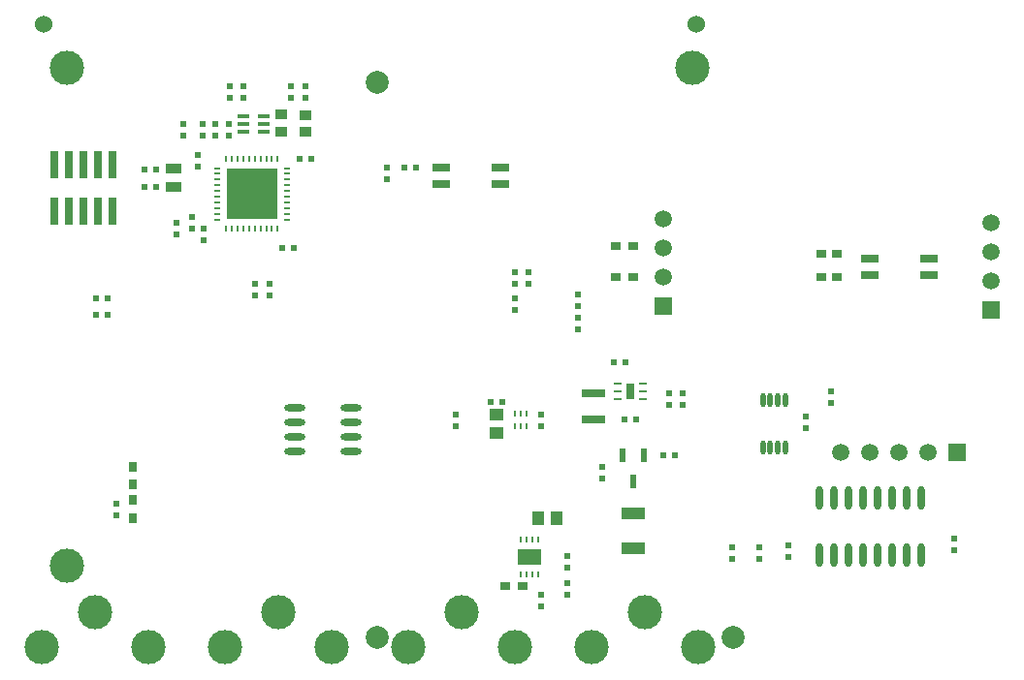
<source format=gts>
%FSLAX25Y25*%
%MOIN*%
G70*
G01*
G75*
G04 Layer_Color=8388736*
%ADD10R,0.03150X0.05512*%
%ADD11R,0.02559X0.00984*%
%ADD12R,0.02362X0.04528*%
%ADD13O,0.07284X0.02362*%
%ADD14R,0.07874X0.03937*%
%ADD15R,0.17716X0.17716*%
%ADD16O,0.02559X0.00984*%
%ADD17O,0.00984X0.02559*%
%ADD18R,0.03543X0.02953*%
%ADD19R,0.05315X0.03740*%
%ADD20R,0.11811X0.00039*%
%ADD21R,0.01575X0.01575*%
%ADD22R,0.06102X0.02559*%
%ADD23O,0.00984X0.02362*%
%ADD24R,0.08268X0.05512*%
%ADD25O,0.01772X0.05118*%
%ADD26R,0.00984X0.01969*%
%ADD27R,0.05118X0.03937*%
%ADD28R,0.03937X0.03543*%
%ADD29R,0.03937X0.01378*%
%ADD30R,0.02953X0.09449*%
%ADD31O,0.02362X0.08071*%
%ADD32R,0.08071X0.03150*%
%ADD33R,0.03543X0.03150*%
%ADD34R,0.01969X0.02362*%
%ADD35R,0.03150X0.03543*%
%ADD36R,0.02362X0.01969*%
%ADD37R,0.03937X0.05118*%
%ADD38C,0.03937*%
%ADD39C,0.01000*%
%ADD40C,0.01969*%
%ADD41C,0.01181*%
%ADD42C,0.03150*%
%ADD43C,0.05906*%
%ADD44C,0.01575*%
%ADD45C,0.03937*%
%ADD46C,0.02362*%
%ADD47C,0.00787*%
G04:AMPARAMS|DCode=48|XSize=18.11mil|YSize=66.44mil|CornerRadius=0mil|HoleSize=0mil|Usage=FLASHONLY|Rotation=34.500|XOffset=0mil|YOffset=0mil|HoleType=Round|Shape=Rectangle|*
%AMROTATEDRECTD48*
4,1,4,0.01135,-0.03251,-0.02628,0.02225,-0.01135,0.03251,0.02628,-0.02225,0.01135,-0.03251,0.0*
%
%ADD48ROTATEDRECTD48*%

%ADD49R,0.01811X0.07992*%
%ADD50R,0.12598X0.05079*%
%ADD51R,0.12598X0.04764*%
%ADD52R,0.08583X0.15590*%
%ADD53R,1.00709X0.04764*%
%ADD54R,0.36142X0.03937*%
%ADD55R,0.19193X0.05079*%
%ADD56R,0.04724X0.03150*%
%ADD57R,0.03937X0.02913*%
%ADD58R,0.35500X0.02000*%
%ADD59R,0.12728X0.02500*%
%ADD60R,0.03032X0.06303*%
%ADD61R,0.05906X0.05906*%
%ADD62C,0.05906*%
%ADD63R,0.05906X0.05906*%
%ADD64C,0.11811*%
%ADD65C,0.06000*%
%ADD66C,0.02598*%
%ADD67C,0.03150*%
%ADD68C,0.07874*%
%ADD69C,0.00984*%
%ADD70C,0.00800*%
%ADD71C,0.11811*%
D10*
X439500Y286500D02*
D03*
D11*
X435169Y283941D02*
D03*
Y286500D02*
D03*
Y289059D02*
D03*
X443831D02*
D03*
Y286500D02*
D03*
Y283941D02*
D03*
D12*
X440500Y255571D02*
D03*
X436760Y264429D02*
D03*
X444240D02*
D03*
D13*
X343646Y266000D02*
D03*
Y271000D02*
D03*
Y276000D02*
D03*
Y281000D02*
D03*
X324354Y266000D02*
D03*
Y271000D02*
D03*
Y276000D02*
D03*
Y281000D02*
D03*
D14*
X440500Y232398D02*
D03*
Y244602D02*
D03*
D15*
X309500Y354500D02*
D03*
D16*
X297590Y345642D02*
D03*
Y347610D02*
D03*
Y349579D02*
D03*
Y351547D02*
D03*
Y353516D02*
D03*
Y355484D02*
D03*
Y357453D02*
D03*
Y359421D02*
D03*
Y361390D02*
D03*
Y363358D02*
D03*
X321410D02*
D03*
Y361390D02*
D03*
Y359421D02*
D03*
Y357453D02*
D03*
Y355484D02*
D03*
Y353516D02*
D03*
Y351547D02*
D03*
Y349579D02*
D03*
Y347610D02*
D03*
Y345642D02*
D03*
D17*
X300642Y366409D02*
D03*
X302610D02*
D03*
X304579D02*
D03*
X306547D02*
D03*
X308516D02*
D03*
X310484D02*
D03*
X312453D02*
D03*
X314421D02*
D03*
X316390D02*
D03*
X318358D02*
D03*
Y342590D02*
D03*
X316390D02*
D03*
X314421D02*
D03*
X312453D02*
D03*
X310484D02*
D03*
X308516D02*
D03*
X306547D02*
D03*
X304579D02*
D03*
X302610D02*
D03*
X300642D02*
D03*
D18*
X510658Y334000D02*
D03*
X505342D02*
D03*
X510658Y326000D02*
D03*
X505342D02*
D03*
D19*
X282500Y356752D02*
D03*
Y363248D02*
D03*
D22*
X394941Y363453D02*
D03*
Y357744D02*
D03*
X374665D02*
D03*
Y363453D02*
D03*
X522059Y326547D02*
D03*
Y332256D02*
D03*
X542335D02*
D03*
Y326547D02*
D03*
D23*
X407953Y235405D02*
D03*
X405984D02*
D03*
X404016D02*
D03*
X402047D02*
D03*
Y223594D02*
D03*
X404016D02*
D03*
X405984D02*
D03*
X407953D02*
D03*
D24*
X405000Y229500D02*
D03*
D25*
X485161Y267331D02*
D03*
X487720D02*
D03*
X490279D02*
D03*
X492839D02*
D03*
X485161Y283669D02*
D03*
X487720D02*
D03*
X490279D02*
D03*
X492839D02*
D03*
D26*
X400032Y274500D02*
D03*
X402000D02*
D03*
X403968D02*
D03*
Y278831D02*
D03*
X402000D02*
D03*
X400032D02*
D03*
D27*
X393500Y272350D02*
D03*
Y278650D02*
D03*
D28*
X319661Y375842D02*
D03*
Y381748D02*
D03*
X327929Y381650D02*
D03*
Y375744D02*
D03*
D29*
X306457Y381059D02*
D03*
Y378500D02*
D03*
Y375941D02*
D03*
X313642D02*
D03*
Y378500D02*
D03*
Y381059D02*
D03*
D30*
X241500Y348626D02*
D03*
X246500D02*
D03*
X251500D02*
D03*
X256500D02*
D03*
X261500D02*
D03*
X241500Y364374D02*
D03*
X246500D02*
D03*
X251500D02*
D03*
X256500D02*
D03*
X261500D02*
D03*
D31*
X539500Y249941D02*
D03*
X534500D02*
D03*
X529500D02*
D03*
X524500D02*
D03*
X519500D02*
D03*
X514500D02*
D03*
X509500D02*
D03*
X504500D02*
D03*
X539500Y230059D02*
D03*
X534500D02*
D03*
X529500D02*
D03*
X524500D02*
D03*
X519500D02*
D03*
X514500D02*
D03*
X509500D02*
D03*
X504500D02*
D03*
D32*
X427000Y286028D02*
D03*
Y276972D02*
D03*
D33*
X396449Y219500D02*
D03*
X402551D02*
D03*
X434449Y336500D02*
D03*
X440551D02*
D03*
X434449Y326000D02*
D03*
X440551D02*
D03*
D34*
X409000Y274532D02*
D03*
Y278468D02*
D03*
X421500Y319969D02*
D03*
Y316032D02*
D03*
X286000Y374532D02*
D03*
Y378468D02*
D03*
X494000Y233469D02*
D03*
Y229532D02*
D03*
X484000Y232968D02*
D03*
Y229031D02*
D03*
X474500Y232968D02*
D03*
Y229031D02*
D03*
X551000Y235968D02*
D03*
Y232031D02*
D03*
X310500Y323468D02*
D03*
Y319531D02*
D03*
X315500Y323468D02*
D03*
Y319531D02*
D03*
X500000Y274031D02*
D03*
Y277969D02*
D03*
X306500Y387531D02*
D03*
Y391469D02*
D03*
X418000Y216531D02*
D03*
Y220468D02*
D03*
X379500Y278468D02*
D03*
Y274532D02*
D03*
X430000Y260469D02*
D03*
Y256532D02*
D03*
X292500Y378468D02*
D03*
Y374532D02*
D03*
X400000Y314531D02*
D03*
Y318468D02*
D03*
X263000Y247969D02*
D03*
Y244032D02*
D03*
X421500Y311968D02*
D03*
Y308032D02*
D03*
X323000Y391469D02*
D03*
Y387531D02*
D03*
X328000Y391469D02*
D03*
Y387531D02*
D03*
X356000Y363469D02*
D03*
Y359531D02*
D03*
X293000Y342469D02*
D03*
Y338531D02*
D03*
X508500Y286469D02*
D03*
Y282531D02*
D03*
X302000Y387531D02*
D03*
Y391469D02*
D03*
X453000Y285968D02*
D03*
Y282031D02*
D03*
X457500Y285968D02*
D03*
Y282031D02*
D03*
X418000Y226031D02*
D03*
Y229969D02*
D03*
X409000Y216469D02*
D03*
Y212531D02*
D03*
X404500Y323532D02*
D03*
Y327468D02*
D03*
X283500Y344468D02*
D03*
Y340531D02*
D03*
X289000Y346468D02*
D03*
Y342531D02*
D03*
X400000Y323532D02*
D03*
Y327468D02*
D03*
X301500Y374532D02*
D03*
Y378468D02*
D03*
X291000Y364032D02*
D03*
Y367969D02*
D03*
X297000Y374532D02*
D03*
Y378468D02*
D03*
D35*
X268500Y242949D02*
D03*
Y249051D02*
D03*
Y260551D02*
D03*
Y254449D02*
D03*
D36*
X256031Y318500D02*
D03*
X259968D02*
D03*
X256031Y313000D02*
D03*
X259968D02*
D03*
X365968Y363500D02*
D03*
X362032D02*
D03*
X434031Y296500D02*
D03*
X437968D02*
D03*
X451031Y264500D02*
D03*
X454969D02*
D03*
X272532Y357000D02*
D03*
X276468D02*
D03*
X272532Y363000D02*
D03*
X276468D02*
D03*
X437532Y277000D02*
D03*
X441468D02*
D03*
X320031Y336000D02*
D03*
X323969D02*
D03*
X326031Y366500D02*
D03*
X329969D02*
D03*
X395468Y283000D02*
D03*
X391531D02*
D03*
D37*
X407850Y243000D02*
D03*
X414150D02*
D03*
D61*
X552000Y265500D02*
D03*
D62*
X542000D02*
D03*
X532000D02*
D03*
X522000D02*
D03*
X512000D02*
D03*
X451000Y326000D02*
D03*
Y336000D02*
D03*
Y346000D02*
D03*
X563500Y324500D02*
D03*
Y334500D02*
D03*
Y344500D02*
D03*
D63*
X451000Y316000D02*
D03*
X563500Y314500D02*
D03*
D64*
X426193Y198689D02*
D03*
X462807D02*
D03*
X444500Y210500D02*
D03*
X237193Y198689D02*
D03*
X273807D02*
D03*
X255500Y210500D02*
D03*
X300193Y198689D02*
D03*
X336807D02*
D03*
X318500Y210500D02*
D03*
X363193Y198689D02*
D03*
X399807D02*
D03*
X381500Y210500D02*
D03*
D65*
X238000Y412783D02*
D03*
X462094D02*
D03*
D68*
X352500Y202000D02*
D03*
X475000D02*
D03*
X352500Y393000D02*
D03*
D71*
X246000Y226500D02*
D03*
Y398000D02*
D03*
X461000D02*
D03*
M02*

</source>
